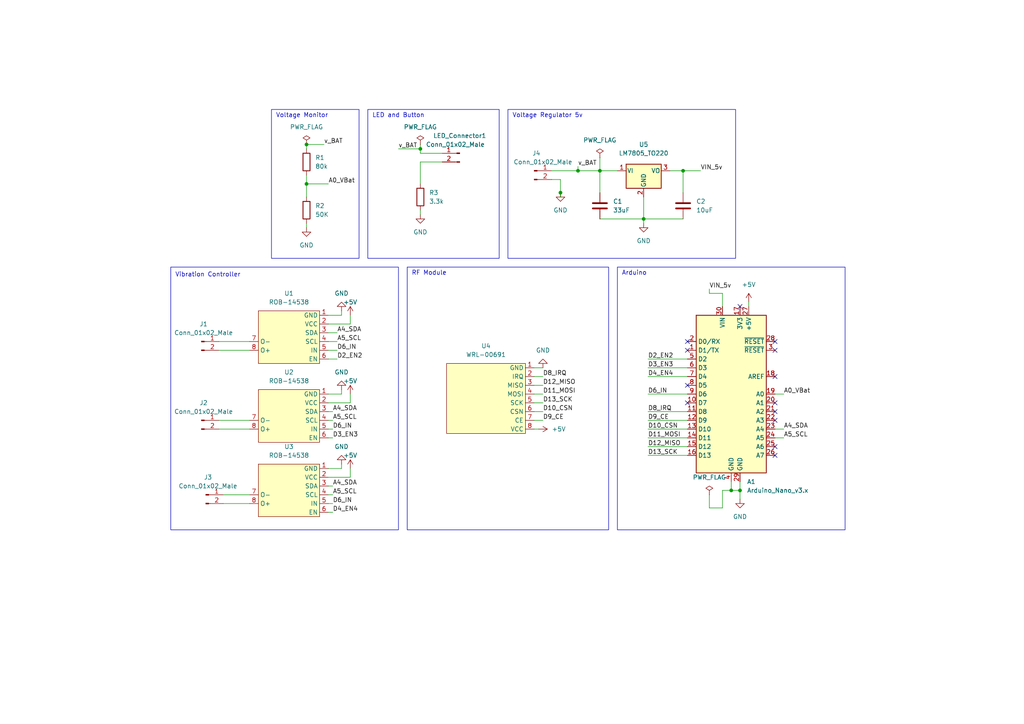
<source format=kicad_sch>
(kicad_sch (version 20230121) (generator eeschema)
  (paper "A4")
  (title_block (title "Vibration Module PCB") (date "2023-07-19") (rev "2") (company "NeuroSense") (comment 1 "NeuroTechs Research Group") (comment 2 "Designed by Luke Cepza"))
  (lib_symbols
    (symbol "Connector:Conn_01x02_Male" (pin_names (offset 1.016) hide)
      (property "Reference" "J" (at 0 2.54 0))
      (property "Value" "Conn_01x02_Male" (at 0 -5.08 0))
      (symbol "Conn_01x02_Male_1_1"
        (polyline (pts (xy 1.27 -2.54) (xy 0.8636 -2.54)) (stroke (width 0.1524)))
        (polyline (pts (xy 1.27 0) (xy 0.8636 0)) (stroke (width 0.1524)))
        (rectangle (start 0.8636 -2.413) (end 0 -2.667) (stroke (width 0.1524)) (fill (type outline)))
        (rectangle (start 0.8636 0.127) (end 0 -0.127) (stroke (width 0.1524)) (fill (type outline)))
        (pin passive line (at 5.08 0 180) (length 3.81) (name "Pin_1") (number "1"))
        (pin passive line (at 5.08 -2.54 180) (length 3.81) (name "Pin_2") (number "2"))
      )
    )
    (symbol "Device:C" (pin_numbers hide) (pin_names (offset 0.254))
      (property "Reference" "C" (at 0.635 2.54 0))
      (property "Value" "C" (at 0.635 -2.54 0))
      (symbol "C_0_1"
        (polyline (pts (xy -2.032 -0.762) (xy 2.032 -0.762)) (stroke (width 0.508)))
        (polyline (pts (xy -2.032 0.762) (xy 2.032 0.762)) (stroke (width 0.508)))
      )
      (symbol "C_1_1"
        (pin passive line (at 0 3.81 270) (length 2.794) (name "~") (number "1"))
        (pin passive line (at 0 -3.81 90) (length 2.794) (name "~") (number "2"))
      )
    )
    (symbol "Device:R" (pin_numbers hide) (pin_names (offset 0))
      (property "Reference" "R" (at 2.032 0 90))
      (property "Value" "R" (at 0 0 90))
      (symbol "R_0_1"
        (rectangle (start -1.016 -2.54) (end 1.016 2.54) (stroke (width 0.254)))
      )
      (symbol "R_1_1"
        (pin passive line (at 0 3.81 270) (length 1.27) (name "~") (number "1"))
        (pin passive line (at 0 -3.81 90) (length 1.27) (name "~") (number "2"))
      )
    )
    (symbol "MCU_Module:Arduino_Nano_v3.x"
      (property "Reference" "A" (at -10.16 23.495 0))
      (property "Value" "Arduino_Nano_v3.x" (at 5.08 -24.13 0))
      (symbol "Arduino_Nano_v3.x_0_1"
        (rectangle (start -10.16 22.86) (end 10.16 -22.86) (stroke (width 0.254)) (fill (type background)))
      )
      (symbol "Arduino_Nano_v3.x_1_1"
        (pin bidirectional line (at -12.7 12.7 0) (length 2.54) (name "D1/TX") (number "1"))
        (pin bidirectional line (at -12.7 -2.54 0) (length 2.54) (name "D7") (number "10"))
        (pin bidirectional line (at -12.7 -5.08 0) (length 2.54) (name "D8") (number "11"))
        (pin bidirectional line (at -12.7 -7.62 0) (length 2.54) (name "D9") (number "12"))
        (pin bidirectional line (at -12.7 -10.16 0) (length 2.54) (name "D10") (number "13"))
        (pin bidirectional line (at -12.7 -12.7 0) (length 2.54) (name "D11") (number "14"))
        (pin bidirectional line (at -12.7 -15.24 0) (length 2.54) (name "D12") (number "15"))
        (pin bidirectional line (at -12.7 -17.78 0) (length 2.54) (name "D13") (number "16"))
        (pin power_out line (at 2.54 25.4 270) (length 2.54) (name "3V3") (number "17"))
        (pin input line (at 12.7 5.08 180) (length 2.54) (name "AREF") (number "18"))
        (pin bidirectional line (at 12.7 0 180) (length 2.54) (name "A0") (number "19"))
        (pin bidirectional line (at -12.7 15.24 0) (length 2.54) (name "D0/RX") (number "2"))
        (pin bidirectional line (at 12.7 -2.54 180) (length 2.54) (name "A1") (number "20"))
        (pin bidirectional line (at 12.7 -5.08 180) (length 2.54) (name "A2") (number "21"))
        (pin bidirectional line (at 12.7 -7.62 180) (length 2.54) (name "A3") (number "22"))
        (pin bidirectional line (at 12.7 -10.16 180) (length 2.54) (name "A4") (number "23"))
        (pin bidirectional line (at 12.7 -12.7 180) (length 2.54) (name "A5") (number "24"))
        (pin bidirectional line (at 12.7 -15.24 180) (length 2.54) (name "A6") (number "25"))
        (pin bidirectional line (at 12.7 -17.78 180) (length 2.54) (name "A7") (number "26"))
        (pin power_out line (at 5.08 25.4 270) (length 2.54) (name "+5V") (number "27"))
        (pin input line (at 12.7 15.24 180) (length 2.54) (name "~{RESET}") (number "28"))
        (pin power_in line (at 2.54 -25.4 90) (length 2.54) (name "GND") (number "29"))
        (pin input line (at 12.7 12.7 180) (length 2.54) (name "~{RESET}") (number "3"))
        (pin power_in line (at -2.54 25.4 270) (length 2.54) (name "VIN") (number "30"))
        (pin power_in line (at 0 -25.4 90) (length 2.54) (name "GND") (number "4"))
        (pin bidirectional line (at -12.7 10.16 0) (length 2.54) (name "D2") (number "5"))
        (pin bidirectional line (at -12.7 7.62 0) (length 2.54) (name "D3") (number "6"))
        (pin bidirectional line (at -12.7 5.08 0) (length 2.54) (name "D4") (number "7"))
        (pin bidirectional line (at -12.7 2.54 0) (length 2.54) (name "D5") (number "8"))
        (pin bidirectional line (at -12.7 0 0) (length 2.54) (name "D6") (number "9"))
      )
    )
    (symbol "MODS:ROB-14538"
      (property "Reference" "U" (at 0 -10.16 0))
      (property "Value" "ROB-14538" (at 0 10.16 0))
      (symbol "ROB-14538_0_1"
        (rectangle (start -8.89 7.62) (end 8.89 -7.62) (fill (type background)))
      )
      (symbol "ROB-14538_1_1"
        (pin input line (at 11.43 6.35 180) (length 2.54) (name "GND") (number "1"))
        (pin input line (at 11.43 3.81 180) (length 2.54) (name "VCC") (number "2"))
        (pin input line (at 11.43 1.27 180) (length 2.54) (name "SDA") (number "3"))
        (pin input line (at 11.43 -1.27 180) (length 2.54) (name "SCL") (number "4"))
        (pin input line (at 11.43 -3.81 180) (length 2.54) (name "IN") (number "5"))
        (pin input line (at 11.43 -6.35 180) (length 2.54) (name "EN") (number "6"))
        (pin output line (at -11.43 -1.27 0) (length 2.54) (name "O-") (number "7"))
        (pin output line (at -11.43 -3.81 0) (length 2.54) (name "O+") (number "8"))
      )
    )
    (symbol "Regulator_Linear:LM7805_TO220" (pin_names (offset 0.254))
      (property "Reference" "U" (at -3.81 3.175 0))
      (property "Value" "LM7805_TO220" (at 0 3.175 0))
      (symbol "LM7805_TO220_0_1"
        (rectangle (start -5.08 1.905) (end 5.08 -5.08) (stroke (width 0.254)) (fill (type background)))
      )
      (symbol "LM7805_TO220_1_1"
        (pin power_in line (at -7.62 0 0) (length 2.54) (name "VI") (number "1"))
        (pin power_in line (at 0 -7.62 90) (length 2.54) (name "GND") (number "2"))
        (pin power_out line (at 7.62 0 180) (length 2.54) (name "VO") (number "3"))
      )
    )
    (symbol "power:+5V" (power) (pin_names (offset 0))
      (property "Value" "+5V" (at 0 3.556 0))
      (symbol "+5V_0_1"
        (polyline (pts (xy -0.762 1.27) (xy 0 2.54)))
        (polyline (pts (xy 0 0) (xy 0 2.54)))
        (polyline (pts (xy 0 2.54) (xy 0.762 1.27)))
      )
      (symbol "+5V_1_1"
        (pin power_in line (at 0 0 90) (length 0) hide (name "+5V") (number "1"))
      )
    )
    (symbol "power:GND" (power) (pin_names (offset 0))
      (property "Value" "GND" (at 0 -3.81 0))
      (symbol "GND_0_1"
        (polyline (pts (xy 0 0) (xy 0 -1.27) (xy 1.27 -1.27) (xy 0 -2.54) (xy -1.27 -1.27) (xy 0 -1.27)))
      )
      (symbol "GND_1_1"
        (pin power_in line (at 0 0 270) (length 0) hide (name "GND") (number "1"))
      )
    )
    (symbol "power:PWR_FLAG" (power) (pin_numbers hide) (pin_names (offset 0) hide)
      (property "Value" "PWR_FLAG" (at 0 3.81 0))
      (symbol "PWR_FLAG_0_0"
        (pin power_out line (at 0 0 90) (length 0) (name "pwr") (number "1"))
      )
      (symbol "PWR_FLAG_0_1"
        (polyline (pts (xy 0 0) (xy 0 1.27) (xy -1.016 1.905) (xy 0 2.54) (xy 1.016 1.905) (xy 0 1.27)))
      )
    )
    (symbol "wrl-00691:WRL-00691"
      (property "Reference" "U" (at 0 11.43 0))
      (property "Value" "WRL-00691" (at 0 -12.7 0))
      (symbol "WRL-00691_0_1"
        (rectangle (start -16.51 10.16) (end 6.35 -10.16) (fill (type background)))
      )
      (symbol "WRL-00691_1_1"
        (pin input line (at 8.89 8.89 180) (length 2.54) (name "GND") (number "1"))
        (pin input line (at 8.89 6.35 180) (length 2.54) (name "IRQ") (number "2"))
        (pin input line (at 8.89 3.81 180) (length 2.54) (name "MISO") (number "3"))
        (pin input line (at 8.89 1.27 180) (length 2.54) (name "MOSI") (number "4"))
        (pin input line (at 8.89 -1.27 180) (length 2.54) (name "SCK") (number "5"))
        (pin input line (at 8.89 -3.81 180) (length 2.54) (name "CSN") (number "6"))
        (pin input line (at 8.89 -6.35 180) (length 2.54) (name "CE") (number "7"))
        (pin input line (at 8.89 -8.89 180) (length 2.54) (name "VCC") (number "8"))
      )
    )
  )
  (junction (at 167.64 49.53))
  (junction (at 173.99 49.53))
  (junction (at 198.12 49.53))
  (junction (at 186.69 63.5))
  (junction (at 121.92 43.18))
  (junction (at 212.09 142.24))
  (junction (at 162.56 55.88))
  (junction (at 88.9 53.34))
  (junction (at 214.63 142.24))
  (junction (at 88.9 41.91))
  (no_connect (at 224.79 119.38))
  (no_connect (at 224.79 132.08))
  (no_connect (at 224.79 101.6))
  (no_connect (at 224.79 129.54))
  (no_connect (at 224.79 109.22))
  (no_connect (at 199.39 111.76))
  (no_connect (at 199.39 116.84))
  (no_connect (at 199.39 101.6))
  (no_connect (at 224.79 99.06))
  (no_connect (at 199.39 99.06))
  (no_connect (at 214.63 88.9))
  (no_connect (at 224.79 116.84))
  (no_connect (at 224.79 121.92))
  (wire (pts (xy 199.39 127) (xy 187.96 127)))
  (wire (pts (xy 95.25 104.14) (xy 97.79 104.14)))
  (wire (pts (xy 154.94 106.68) (xy 157.48 106.68)))
  (wire (pts (xy 186.69 57.15) (xy 186.69 63.5)))
  (wire (pts (xy 95.25 116.84) (xy 101.6 116.84)))
  (wire (pts (xy 205.74 85.09) (xy 209.55 85.09)))
  (wire (pts (xy 88.9 53.34) (xy 88.9 57.15)))
  (wire (pts (xy 88.9 41.91) (xy 88.9 43.18)))
  (wire (pts (xy 88.9 64.77) (xy 88.9 66.04)))
  (wire (pts (xy 88.9 41.91) (xy 93.98 41.91)))
  (wire (pts (xy 186.69 63.5) (xy 198.12 63.5)))
  (wire (pts (xy 173.99 49.53) (xy 173.99 55.88)))
  (wire (pts (xy 187.96 109.22) (xy 199.39 109.22)))
  (wire (pts (xy 209.55 85.09) (xy 209.55 88.9)))
  (wire (pts (xy 154.94 116.84) (xy 157.48 116.84)))
  (wire (pts (xy 205.74 147.32) (xy 209.55 147.32)))
  (wire (pts (xy 63.5 99.06) (xy 72.39 99.06)))
  (wire (pts (xy 199.39 124.46) (xy 187.96 124.46)))
  (wire (pts (xy 187.96 132.08) (xy 199.39 132.08)))
  (wire (pts (xy 167.64 48.26) (xy 167.64 49.53)))
  (wire (pts (xy 194.31 49.53) (xy 198.12 49.53)))
  (wire (pts (xy 95.25 127) (xy 96.52 127)))
  (wire (pts (xy 95.25 121.92) (xy 96.52 121.92)))
  (wire (pts (xy 187.96 106.68) (xy 199.39 106.68)))
  (wire (pts (xy 209.55 147.32) (xy 209.55 142.24)))
  (wire (pts (xy 154.94 114.3) (xy 157.48 114.3)))
  (wire (pts (xy 95.25 148.59) (xy 96.52 148.59)))
  (wire (pts (xy 95.25 114.3) (xy 99.06 114.3)))
  (wire (pts (xy 88.9 50.8) (xy 88.9 53.34)))
  (wire (pts (xy 95.25 119.38) (xy 96.52 119.38)))
  (wire (pts (xy 95.25 101.6) (xy 97.79 101.6)))
  (wire (pts (xy 162.56 52.07) (xy 162.56 55.88)))
  (wire (pts (xy 88.9 53.34) (xy 95.25 53.34)))
  (wire (pts (xy 224.79 127) (xy 227.33 127)))
  (wire (pts (xy 217.17 87.63) (xy 217.17 88.9)))
  (wire (pts (xy 99.06 91.44) (xy 99.06 90.17)))
  (wire (pts (xy 214.63 142.24) (xy 214.63 144.78)))
  (wire (pts (xy 160.02 52.07) (xy 162.56 52.07)))
  (wire (pts (xy 95.25 146.05) (xy 96.52 146.05)))
  (wire (pts (xy 63.5 101.6) (xy 72.39 101.6)))
  (wire (pts (xy 198.12 55.88) (xy 198.12 49.53)))
  (wire (pts (xy 198.12 49.53) (xy 203.2 49.53)))
  (wire (pts (xy 115.57 43.18) (xy 121.92 43.18)))
  (wire (pts (xy 121.92 46.99) (xy 128.27 46.99)))
  (wire (pts (xy 209.55 142.24) (xy 212.09 142.24)))
  (wire (pts (xy 154.94 111.76) (xy 157.48 111.76)))
  (wire (pts (xy 162.56 55.88) (xy 162.56 57.15)))
  (wire (pts (xy 187.96 114.3) (xy 199.39 114.3)))
  (wire (pts (xy 154.94 124.46) (xy 156.21 124.46)))
  (wire (pts (xy 154.94 121.92) (xy 157.48 121.92)))
  (wire (pts (xy 224.79 124.46) (xy 227.33 124.46)))
  (wire (pts (xy 101.6 93.98) (xy 101.6 91.44)))
  (wire (pts (xy 128.27 44.45) (xy 121.92 44.45)))
  (wire (pts (xy 187.96 121.92) (xy 199.39 121.92)))
  (wire (pts (xy 154.94 119.38) (xy 157.48 119.38)))
  (wire (pts (xy 101.6 138.43) (xy 101.6 135.89)))
  (wire (pts (xy 101.6 116.84) (xy 101.6 114.3)))
  (wire (pts (xy 95.25 135.89) (xy 99.06 135.89)))
  (wire (pts (xy 99.06 114.3) (xy 99.06 113.03)))
  (wire (pts (xy 95.25 93.98) (xy 101.6 93.98)))
  (wire (pts (xy 95.25 91.44) (xy 99.06 91.44)))
  (wire (pts (xy 160.02 49.53) (xy 167.64 49.53)))
  (wire (pts (xy 224.79 114.3) (xy 227.33 114.3)))
  (wire (pts (xy 121.92 44.45) (xy 121.92 43.18)))
  (wire (pts (xy 63.5 124.46) (xy 72.39 124.46)))
  (wire (pts (xy 95.25 138.43) (xy 101.6 138.43)))
  (wire (pts (xy 154.94 109.22) (xy 157.48 109.22)))
  (wire (pts (xy 167.64 49.53) (xy 173.99 49.53)))
  (wire (pts (xy 64.77 143.51) (xy 72.39 143.51)))
  (wire (pts (xy 95.25 99.06) (xy 97.79 99.06)))
  (wire (pts (xy 121.92 43.18) (xy 121.92 41.91)))
  (wire (pts (xy 173.99 63.5) (xy 186.69 63.5)))
  (wire (pts (xy 187.96 104.14) (xy 199.39 104.14)))
  (wire (pts (xy 173.99 45.72) (xy 173.99 49.53)))
  (wire (pts (xy 214.63 139.7) (xy 214.63 142.24)))
  (wire (pts (xy 186.69 63.5) (xy 186.69 64.77)))
  (wire (pts (xy 121.92 60.96) (xy 121.92 62.23)))
  (wire (pts (xy 121.92 46.99) (xy 121.92 53.34)))
  (wire (pts (xy 205.74 143.51) (xy 205.74 147.32)))
  (wire (pts (xy 205.74 83.82) (xy 205.74 85.09)))
  (wire (pts (xy 173.99 49.53) (xy 179.07 49.53)))
  (wire (pts (xy 95.25 124.46) (xy 96.52 124.46)))
  (wire (pts (xy 212.09 139.7) (xy 212.09 142.24)))
  (wire (pts (xy 95.25 140.97) (xy 96.52 140.97)))
  (wire (pts (xy 212.09 142.24) (xy 214.63 142.24)))
  (wire (pts (xy 199.39 129.54) (xy 187.96 129.54)))
  (wire (pts (xy 64.77 146.05) (xy 72.39 146.05)))
  (wire (pts (xy 95.25 143.51) (xy 96.52 143.51)))
  (wire (pts (xy 63.5 121.92) (xy 72.39 121.92)))
  (wire (pts (xy 95.25 96.52) (xy 97.79 96.52)))
  (wire (pts (xy 187.96 119.38) (xy 199.39 119.38)))
  (wire (pts (xy 99.06 135.89) (xy 99.06 134.62)))
  (rectangle (start 118.11 77.47) (end 176.53 153.67))
  (rectangle (start 106.68 31.75) (end 144.78 74.93))
  (rectangle (start 147.32 31.75) (end 213.36 74.93))
  (rectangle (start 49.53 77.47) (end 115.57 153.67))
  (rectangle (start 179.07 77.47) (end 245.11 153.67))
  (rectangle (start 78.74 31.75) (end 104.14 74.93))
  (text "LED and Button " (at 107.95 34.29 0) (effects (font (size 1.27 1.27)) (justify left bottom)))
  (text "Voltage Regulator 5v\n" (at 148.59 34.29 0) (effects (font (size 1.27 1.27)) (justify left bottom)))
  (text "Vibration Controller\n\n" (at 50.8 82.55 0) (effects (font (size 1.27 1.27)) (justify left bottom)))
  (text "RF Module" (at 119.38 80.01 0) (effects (font (size 1.27 1.27)) (justify left bottom)))
  (text "Arduino \n" (at 180.34 80.01 0) (effects (font (size 1.27 1.27)) (justify left bottom)))
  (text "Voltage Monitor\n" (at 80.01 34.29 0) (effects (font (size 1.27 1.27)) (justify left bottom)))
  (label "D4_EN4" (at 96.52 148.59 0))
  (label "VIN_5v" (at 205.74 83.82 0))
  (label "VIN_5v" (at 203.2 49.53 0))
  (label "D11_MOSI" (at 157.48 114.3 0))
  (label "D10_CSN" (at 157.48 119.38 0))
  (label "A0_VBat" (at 227.33 114.3 0))
  (label "A4_SDA" (at 97.79 96.52 0))
  (label "D3_EN3" (at 96.52 127 0))
  (label "A4_SDA" (at 227.33 124.46 0))
  (label "D4_EN4" (at 187.96 109.22 0))
  (label "A0_VBat" (at 95.25 53.34 0))
  (label "A5_SCL" (at 227.33 127 0))
  (label "v_BAT" (at 115.57 43.18 0))
  (label "D9_CE" (at 157.48 121.92 0))
  (label "D2_EN2" (at 187.96 104.14 0))
  (label "D9_CE" (at 187.96 121.92 0))
  (label "D8_IRQ" (at 187.96 119.38 0))
  (label "D6_IN" (at 97.79 101.6 0))
  (label "v_BAT" (at 93.98 41.91 0))
  (label "A5_SCL" (at 97.79 99.06 0))
  (label "v_BAT" (at 167.64 48.26 0))
  (label "A4_SDA" (at 96.52 119.38 0))
  (label "D6_IN" (at 187.96 114.3 0))
  (label "D13_SCK" (at 187.96 132.08 0))
  (label "D12_MISO" (at 157.48 111.76 0))
  (label "D2_EN2" (at 97.79 104.14 0))
  (label "D11_MOSI" (at 187.96 127 0))
  (label "A4_SDA" (at 96.52 140.97 0))
  (label "A5_SCL" (at 96.52 121.92 0))
  (label "D13_SCK" (at 157.48 116.84 0))
  (label "D12_MISO" (at 187.96 129.54 0))
  (label "D6_IN" (at 96.52 124.46 0))
  (label "D3_EN3" (at 187.96 106.68 0))
  (label "A5_SCL" (at 96.52 143.51 0))
  (label "D6_IN" (at 96.52 146.05 0))
  (label "D10_CSN" (at 187.96 124.46 0))
  (label "D8_IRQ" (at 157.48 109.22 0))
  (symbol (lib_id "power:GND") (at 121.92 62.23 0) (unit 1)
    (property "Reference" "#PWR02" (effects hide))
    (property "Value" "GND" (at 121.92 67.31 0))
  )
  (symbol (lib_id "power:PWR_FLAG") (at 173.99 45.72 0) (unit 1)
    (property "Reference" "#FLG0102" (effects hide))
    (property "Value" "PWR_FLAG" (at 173.99 40.64 0))
  )
  (symbol (lib_id "Connector:Conn_01x02_Male") (at 133.35 44.45 0) (mirror y) (unit 1)
    (property "Reference" "LED_Connector1" (at 133.35 39.37 0))
    (property "Value" "Conn_01x02_Male" (at 132.08 41.91 0))
    (property "Footprint" "Connector_JST:JST_EH_B2B-EH-A_1x02_P2.50mm_Vertical" (effects hide))
  )
  (symbol (lib_id "MODS:ROB-14538") (at 83.82 97.79 0) (unit 1)
    (property "Reference" "U1" (at 83.82 85.09 0))
    (property "Value" "ROB-14538" (at 83.82 87.63 0))
    (property "Footprint" "MOD:ROB_14538" (effects hide))
  )
  (symbol (lib_id "power:PWR_FLAG") (at 88.9 41.91 0) (unit 1)
    (property "Reference" "#FLG01" (effects hide))
    (property "Value" "PWR_FLAG" (at 88.9 36.83 0))
  )
  (symbol (lib_id "Device:C") (at 198.12 59.69 0) (unit 1)
    (property "Reference" "C2" (at 201.93 58.4199 0) (effects (justify left)))
    (property "Value" "10uF" (at 201.93 60.9599 0) (effects (justify left)))
    (property "Footprint" "Capacitor_THT:C_Disc_D5.0mm_W2.5mm_P5.00mm" (effects hide))
  )
  (symbol (lib_id "Regulator_Linear:LM7805_TO220") (at 186.69 49.53 0) (unit 1)
    (property "Reference" "U5" (at 186.69 41.91 0))
    (property "Value" "LM7805_TO220" (at 186.69 44.45 0))
    (property "Footprint" "Package_TO_SOT_THT:TO-220-3_Vertical" (effects hide))
    (property "Datasheet" "https://www.onsemi.cn/PowerSolutions/document/MC7800-D.PDF" (effects hide))
  )
  (symbol (lib_id "wrl-00691:WRL-00691") (at 146.05 115.57 0) (unit 1)
    (property "Reference" "U4" (at 140.97 100.33 0))
    (property "Value" "WRL-00691" (at 140.97 102.87 0))
    (property "Footprint" "MOD:WRL-00691" (effects hide))
  )
  (symbol (lib_id "power:+5V") (at 101.6 114.3 0) (unit 1)
    (property "Reference" "#PWR0106" (effects hide))
    (property "Value" "+5V" (at 101.6 110.49 0))
  )
  (symbol (lib_id "power:GND") (at 99.06 113.03 0) (mirror x) (unit 1)
    (property "Reference" "#PWR0107" (effects hide))
    (property "Value" "GND" (at 99.06 107.95 0))
  )
  (symbol (lib_id "power:PWR_FLAG") (at 205.74 143.51 0) (unit 1)
    (property "Reference" "#FLG0101" (effects hide))
    (property "Value" "PWR_FLAG" (at 205.74 138.43 0))
  )
  (symbol (lib_id "power:+5V") (at 101.6 135.89 0) (unit 1)
    (property "Reference" "#PWR0109" (effects hide))
    (property "Value" "+5V" (at 101.6 132.08 0))
  )
  (symbol (lib_id "power:GND") (at 157.48 106.68 0) (mirror x) (unit 1)
    (property "Reference" "#PWR0105" (effects hide))
    (property "Value" "GND" (at 157.48 101.6 0))
  )
  (symbol (lib_id "MCU_Module:Arduino_Nano_v3.x") (at 212.09 114.3 0) (unit 1)
    (property "Reference" "A1" (at 216.6494 139.7 0) (effects (justify left)))
    (property "Value" "Arduino_Nano_v3.x" (at 216.6494 142.24 0) (effects (justify left)))
    (property "Footprint" "Module:Arduino_Nano" (effects hide))
    (property "Datasheet" "http://www.mouser.com/pdfdocs/Gravitech_Arduino_Nano3_0.pdf" (effects hide))
  )
  (symbol (lib_id "power:GND") (at 186.69 64.77 0) (unit 1)
    (property "Reference" "#PWR0102" (effects hide))
    (property "Value" "GND" (at 186.69 69.85 0))
  )
  (symbol (lib_id "Connector:Conn_01x02_Male") (at 58.42 121.92 0) (unit 1)
    (property "Reference" "J2" (at 59.055 116.84 0))
    (property "Value" "Conn_01x02_Male" (at 59.055 119.38 0))
    (property "Footprint" "Connector_JST:JST_EH_B2B-EH-A_1x02_P2.50mm_Vertical" (effects hide))
  )
  (symbol (lib_id "power:GND") (at 214.63 144.78 0) (unit 1)
    (property "Reference" "#PWR0103" (effects hide))
    (property "Value" "GND" (at 214.63 149.86 0))
  )
  (symbol (lib_id "power:GND") (at 88.9 66.04 0) (unit 1)
    (property "Reference" "#PWR01" (effects hide))
    (property "Value" "GND" (at 88.9 71.12 0))
  )
  (symbol (lib_id "power:+5V") (at 217.17 87.63 0) (unit 1)
    (property "Reference" "#PWR0112" (effects hide))
    (property "Value" "+5V" (at 217.17 82.55 0))
  )
  (symbol (lib_id "Device:R") (at 88.9 60.96 0) (unit 1)
    (property "Reference" "R2" (at 91.44 59.69 0) (effects (justify left)))
    (property "Value" "50K" (at 91.44 62.23 0) (effects (justify left)))
    (property "Footprint" "Resistor_THT:R_Axial_DIN0207_L6.3mm_D2.5mm_P7.62mm_Horizontal" (effects hide))
  )
  (symbol (lib_id "Connector:Conn_01x02_Male") (at 154.94 49.53 0) (unit 1)
    (property "Reference" "J4" (at 155.575 44.45 0))
    (property "Value" "Conn_01x02_Male" (at 157.48 46.99 0))
    (property "Footprint" "Connector_JST:JST_EH_B2B-EH-A_1x02_P2.50mm_Vertical" (effects hide))
  )
  (symbol (lib_id "Connector:Conn_01x02_Male") (at 59.69 143.51 0) (unit 1)
    (property "Reference" "J3" (at 60.325 138.43 0))
    (property "Value" "Conn_01x02_Male" (at 60.325 140.97 0))
    (property "Footprint" "Connector_JST:JST_EH_B2B-EH-A_1x02_P2.50mm_Vertical" (effects hide))
  )
  (symbol (lib_id "Device:R") (at 88.9 46.99 0) (unit 1)
    (property "Reference" "R1" (at 91.44 45.72 0) (effects (justify left)))
    (property "Value" "80k" (at 91.44 48.26 0) (effects (justify left)))
    (property "Footprint" "Resistor_THT:R_Axial_DIN0207_L6.3mm_D2.5mm_P7.62mm_Horizontal" (effects hide))
  )
  (symbol (lib_id "power:+5V") (at 156.21 124.46 270) (mirror x) (unit 1)
    (property "Reference" "#PWR0104" (effects hide))
    (property "Value" "+5V" (at 160.02 124.46 90) (effects (justify left)))
  )
  (symbol (lib_id "MODS:ROB-14538") (at 83.82 142.24 0) (unit 1)
    (property "Reference" "U3" (at 83.82 129.54 0))
    (property "Value" "ROB-14538" (at 83.82 132.08 0))
    (property "Footprint" "MOD:ROB_14538" (effects hide))
  )
  (symbol (lib_id "power:GND") (at 162.56 55.88 0) (unit 1)
    (property "Reference" "#PWR0101" (effects hide))
    (property "Value" "GND" (at 162.56 60.96 0))
  )
  (symbol (lib_id "Device:R") (at 121.92 57.15 0) (unit 1)
    (property "Reference" "R3" (at 124.46 55.88 0) (effects (justify left)))
    (property "Value" "3.3k" (at 124.46 58.42 0) (effects (justify left)))
    (property "Footprint" "Resistor_THT:R_Axial_DIN0207_L6.3mm_D2.5mm_P7.62mm_Horizontal" (effects hide))
  )
  (symbol (lib_id "power:GND") (at 99.06 90.17 0) (mirror x) (unit 1)
    (property "Reference" "#PWR0110" (effects hide))
    (property "Value" "GND" (at 99.06 85.09 0))
  )
  (symbol (lib_id "Connector:Conn_01x02_Male") (at 58.42 99.06 0) (unit 1)
    (property "Reference" "J1" (at 59.055 93.98 0))
    (property "Value" "Conn_01x02_Male" (at 59.055 96.52 0))
    (property "Footprint" "Connector_JST:JST_EH_B2B-EH-A_1x02_P2.50mm_Vertical" (effects hide))
  )
  (symbol (lib_id "MODS:ROB-14538") (at 83.82 120.65 0) (unit 1)
    (property "Reference" "U2" (at 83.82 107.95 0))
    (property "Value" "ROB-14538" (at 83.82 110.49 0))
    (property "Footprint" "MOD:ROB_14538" (effects hide))
  )
  (symbol (lib_id "power:+5V") (at 101.6 91.44 0) (unit 1)
    (property "Reference" "#PWR0111" (effects hide))
    (property "Value" "+5V" (at 101.6 87.63 0))
  )
  (symbol (lib_id "power:PWR_FLAG") (at 121.92 41.91 0) (unit 1)
    (property "Reference" "#FLG02" (effects hide))
    (property "Value" "PWR_FLAG" (at 121.92 36.83 0))
  )
  (symbol (lib_id "Device:C") (at 173.99 59.69 0) (unit 1)
    (property "Reference" "C1" (at 177.8 58.4199 0) (effects (justify left)))
    (property "Value" "33uF" (at 177.8 60.9599 0) (effects (justify left)))
    (property "Footprint" "Capacitor_THT:C_Disc_D5.0mm_W2.5mm_P5.00mm" (effects hide))
  )
  (symbol (lib_id "power:GND") (at 99.06 134.62 0) (mirror x) (unit 1)
    (property "Reference" "#PWR0108" (effects hide))
    (property "Value" "GND" (at 99.06 129.54 0))
  )
)
</source>
